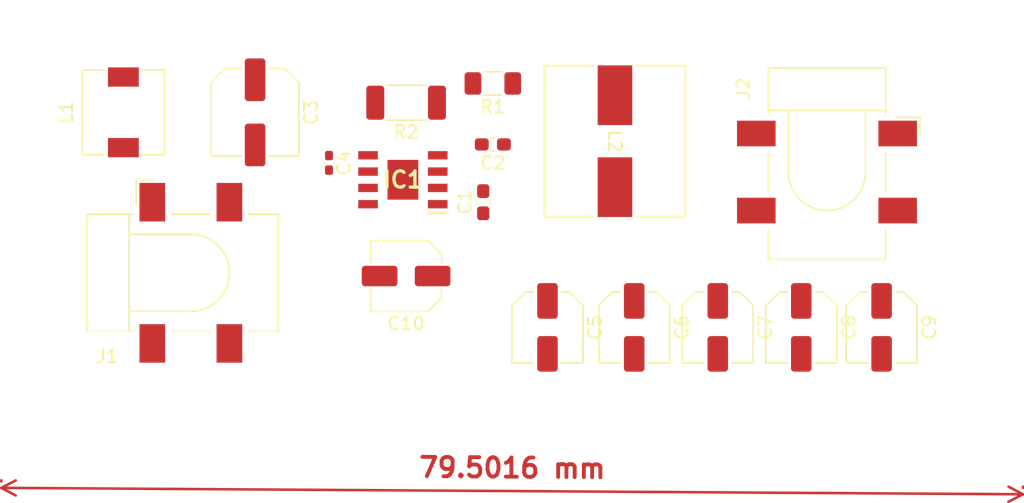
<source format=kicad_pcb>
(kicad_pcb (version 20211014) (generator pcbnew)
  (layers (0 "F.Cu" signal) (31 "B.Cu" signal) (34 "B.Paste" user) (35 "F.Paste" user) (36 "B.SilkS" user "B.Silkscreen") (37 "F.SilkS" user "F.Silkscreen") (38 "B.Mask" user) (39 "F.Mask" user) (44 "Edge.Cuts" user))
  (net 0 "")
  (net 1 "Net-(C1-Pad1)")
  (net 2 "Net-(C1-Pad2)")
  (net 3 "+24V")
  (net 4 "Net-(C2-Pad2)")
  (net 5 "Net-(C3-Pad1)")
  (net 6 "GND")
  (net 7 "Net-(C10-Pad1)")
  (net 8 "VCC")
  (footprint "footprints:IND_1050-WE-HCI_WRE" (layer "F.Cu") (at 143.25 70 -90)
    (fp_text reference "L2" (at 0 0 -90 unlocked) (layer "F.SilkS"))
    (fp_text value "16R/5A")
    (fp_line (start -5.8801 -5.4737) (end -5.8801 -1.67894) (layer "F.SilkS") (width 0.1524))
    (fp_line (start -5.8801 1.67894) (end -5.8801 5.4737) (layer "F.SilkS") (width 0.1524))
    (fp_line (start 5.8801 5.4737) (end 5.8801 1.67894) (layer "F.SilkS") (width 0.1524))
    (fp_line (start 5.8801 -1.67894) (end 5.8801 -5.4737) (layer "F.SilkS") (width 0.1524))
    (fp_line (start 5.8801 -5.4737) (end -5.8801 -5.4737) (layer "F.SilkS") (width 0.1524))
    (fp_line (start -5.8801 5.4737) (end 5.8801 5.4737) (layer "F.SilkS") (width 0.1524))
    (pad "1" smd rect (at -3.5814 0) (size 2.6924 4.6482) (layers "F.Cu" "F.Paste" "F.Mask") (net 3 "+24V"))
    (pad "2" smd rect (at 3.5814 0) (size 2.6924 4.6482) (layers "F.Cu" "F.Paste" "F.Mask") (net 1 "Net-(C1-Pad1)"))
  )
  (footprint "Inductor_SMD:L_6.3x6.3_H3" (layer "F.Cu") (at 105 67.75 90)
    (fp_text reference "L1" (at 0 -4.45 90) (layer "F.SilkS"))
    (fp_text value "470R")
    (fp_line (start 3.3 3.2) (end -3.3 3.2) (layer "F.SilkS") (width 0.12))
    (fp_line (start -3.3 3.2) (end -3.3 1.5) (layer "F.SilkS") (width 0.12))
    (fp_line (start -3.3 -1.5) (end -3.3 -3.2) (layer "F.SilkS") (width 0.12))
    (fp_line (start 3.3 1.5) (end 3.3 3.2) (layer "F.SilkS") (width 0.12))
    (fp_line (start -3.3 -3.2) (end 3.3 -3.2) (layer "F.SilkS") (width 0.12))
    (fp_line (start 3.3 -3.2) (end 3.3 -1.5) (layer "F.SilkS") (width 0.12))
    (pad "1" smd rect (at -2.75 0 90) (size 1.5 2.4) (layers "F.Cu" "F.Paste" "F.Mask") (net 8 "VCC"))
    (pad "2" smd rect (at 2.75 0 90) (size 1.5 2.4) (layers "F.Cu" "F.Paste" "F.Mask") (net 5 "Net-(C3-Pad1)"))
  )
  (footprint "Capacitor_SMD:C_Elec_6.3x5.4" (layer "F.Cu") (at 115.25 67.75 -90)
    (fp_text reference "C3" (at 0 -4.35 90) (layer "F.SilkS"))
    (fp_text value "10u")
    (fp_line (start -3.41 -2.345563) (end -2.345563 -3.41) (layer "F.SilkS") (width 0.12))
    (fp_line (start -3.41 -2.345563) (end -3.41 -1.06) (layer "F.SilkS") (width 0.12))
    (fp_line (start 3.41 -3.41) (end 3.41 -1.06) (layer "F.SilkS") (width 0.12))
    (fp_line (start -3.41 2.345563) (end -2.345563 3.41) (layer "F.SilkS") (width 0.12))
    (fp_line (start -2.345563 3.41) (end 3.41 3.41) (layer "F.SilkS") (width 0.12))
    (fp_line (start -3.41 2.345563) (end -3.41 1.06) (layer "F.SilkS") (width 0.12))
    (fp_line (start 3.41 3.41) (end 3.41 1.06) (layer "F.SilkS") (width 0.12))
    (fp_line (start -2.345563 -3.41) (end 3.41 -3.41) (layer "F.SilkS") (width 0.12))
    (pad "1" smd roundrect (at -2.5375 0 270) (size 3.325 1.6) (layers "F.Cu" "F.Paste" "F.Mask") (roundrect_rratio 0.15625) (net 5 "Net-(C3-Pad1)"))
    (pad "2" smd roundrect (at 2.5375 0 270) (size 3.325 1.6) (layers "F.Cu" "F.Paste" "F.Mask") (roundrect_rratio 0.15625) (net 6 "GND"))
  )
  (footprint "Connector_BarrelJack:BarrelJack_CLIFF_FC681465S_SMT_Horizontal" (layer "F.Cu") (at 159.75 72.4 -90)
    (fp_text reference "J2" (at -6.5 6.5 90) (layer "F.SilkS"))
    (fp_text value "Barrel_Jack")
    (fp_line (start -4.8 -3) (end 0 -3) (layer "F.SilkS") (width 0.12))
    (fp_line (start 6.81 4.56) (end 6.81 -4.56) (layer "F.SilkS") (width 0.12))
    (fp_line (start -1.5 -4.56) (end 1.5 -4.56) (layer "F.SilkS") (width 0.12))
    (fp_line (start -4.8 3) (end 0 3) (layer "F.SilkS") (width 0.12))
    (fp_line (start -8.11 4.56) (end -4.5 4.56) (layer "F.SilkS") (width 0.12))
    (fp_line (start -8.11 4.56) (end -8.11 -4.56) (layer "F.SilkS") (width 0.12))
    (fp_line (start 4.5 4.56) (end 6.81 4.56) (layer "F.SilkS") (width 0.12))
    (fp_line (start -2.92 -7.26) (end -4.26 -7.26) (layer "F.SilkS") (width 0.12))
    (fp_line (start 4.5 -4.56) (end 6.81 -4.56) (layer "F.SilkS") (width 0.12))
    (fp_line (start -4.8 4.56) (end -4.8 -4.56) (layer "F.SilkS") (width 0.12))
    (fp_line (start -4.26 -7.26) (end -4.26 -5.36) (layer "F.SilkS") (width 0.12))
    (fp_line (start -8.11 -4.56) (end -4.5 -4.56) (layer "F.SilkS") (width 0.12))
    (fp_line (start -1.5 4.56) (end 1.5 4.56) (layer "F.SilkS") (width 0.12))
    (fp_arc (start 0 -3) (mid 3 0) (end 0 3) (layer "F.SilkS") (width 0.12))
    (pad "" np_thru_hole oval (at -2.9 0) (size 2 1.5) (drill oval 2 1.5) (layers *.Cu *.Mask))
    (pad "" np_thru_hole circle (at 1.5 0) (size 2 2) (drill 2) (layers *.Cu *.Mask))
    (pad "1" smd rect (at 3 -5.5) (size 3 2) (layers "F.Cu" "F.Paste" "F.Mask") (net 3 "+24V"))
    (pad "1" smd rect (at -3 -5.5) (size 3 2) (layers "F.Cu" "F.Paste" "F.Mask") (net 3 "+24V"))
    (pad "2" smd rect (at 3 5.5) (size 3 2) (layers "F.Cu" "F.Paste" "F.Mask") (net 6 "GND"))
    (pad "3" smd rect (at -3 5.5) (size 3 2) (layers "F.Cu" "F.Paste" "F.Mask"))
  )
  (footprint "Capacitor_SMD:C_Elec_5x5.8" (layer "F.Cu") (at 157.75 84.5 -90)
    (fp_text reference "C8" (at 0 -3.7 -90) (layer "F.SilkS"))
    (fp_text value "33u")
    (fp_line (start -2.76 -1.695563) (end -2.76 -1.06) (layer "F.SilkS") (width 0.12))
    (fp_line (start 2.76 2.76) (end 2.76 1.06) (layer "F.SilkS") (width 0.12))
    (fp_line (start -1.695563 2.76) (end 2.76 2.76) (layer "F.SilkS") (width 0.12))
    (fp_line (start -2.76 -1.695563) (end -1.695563 -2.76) (layer "F.SilkS") (width 0.12))
    (fp_line (start -1.695563 -2.76) (end 2.76 -2.76) (layer "F.SilkS") (width 0.12))
    (fp_line (start -2.76 1.695563) (end -1.695563 2.76) (layer "F.SilkS") (width 0.12))
    (fp_line (start -2.76 1.695563) (end -2.76 1.06) (layer "F.SilkS") (width 0.12))
    (fp_line (start 2.76 -2.76) (end 2.76 -1.06) (layer "F.SilkS") (width 0.12))
    (pad "1" smd roundrect (at -2.0625 0 270) (size 2.775 1.6) (layers "F.Cu" "F.Paste" "F.Mask") (roundrect_rratio 0.15625) (net 3 "+24V"))
    (pad "2" smd roundrect (at 2.0625 0 270) (size 2.775 1.6) (layers "F.Cu" "F.Paste" "F.Mask") (roundrect_rratio 0.15625) (net 6 "GND"))
  )
  (footprint "Capacitor_SMD:C_Elec_5x5.8" (layer "F.Cu") (at 138 84.5 -90)
    (fp_text reference "C5" (at 0 -3.7 -90) (layer "F.SilkS"))
    (fp_text value "33u")
    (fp_line (start -1.695563 -2.76) (end 2.76 -2.76) (layer "F.SilkS") (width 0.12))
    (fp_line (start -2.76 -1.695563) (end -2.76 -1.06) (layer "F.SilkS") (width 0.12))
    (fp_line (start -1.695563 2.76) (end 2.76 2.76) (layer "F.SilkS") (width 0.12))
    (fp_line (start -2.76 -1.695563) (end -1.695563 -2.76) (layer "F.SilkS") (width 0.12))
    (fp_line (start -2.76 1.695563) (end -1.695563 2.76) (layer "F.SilkS") (width 0.12))
    (fp_line (start 2.76 2.76) (end 2.76 1.06) (layer "F.SilkS") (width 0.12))
    (fp_line (start 2.76 -2.76) (end 2.76 -1.06) (layer "F.SilkS") (width 0.12))
    (fp_line (start -2.76 1.695563) (end -2.76 1.06) (layer "F.SilkS") (width 0.12))
    (pad "1" smd roundrect (at -2.0625 0 270) (size 2.775 1.6) (layers "F.Cu" "F.Paste" "F.Mask") (roundrect_rratio 0.15625) (net 3 "+24V"))
    (pad "2" smd roundrect (at 2.0625 0 270) (size 2.775 1.6) (layers "F.Cu" "F.Paste" "F.Mask") (roundrect_rratio 0.15625) (net 6 "GND"))
  )
  (footprint "Capacitor_SMD:C_Elec_5x5.8" (layer "F.Cu") (at 151.25 84.5 -90)
    (fp_text reference "C7" (at 0 -3.7 -90) (layer "F.SilkS"))
    (fp_text value "33u")
    (fp_line (start 2.76 2.76) (end 2.76 1.06) (layer "F.SilkS") (width 0.12))
    (fp_line (start -2.76 -1.695563) (end -1.695563 -2.76) (layer "F.SilkS") (width 0.12))
    (fp_line (start -2.76 -1.695563) (end -2.76 -1.06) (layer "F.SilkS") (width 0.12))
    (fp_line (start 2.76 -2.76) (end 2.76 -1.06) (layer "F.SilkS") (width 0.12))
    (fp_line (start -1.695563 -2.76) (end 2.76 -2.76) (layer "F.SilkS") (width 0.12))
    (fp_line (start -1.695563 2.76) (end 2.76 2.76) (layer "F.SilkS") (width 0.12))
    (fp_line (start -2.76 1.695563) (end -2.76 1.06) (layer "F.SilkS") (width 0.12))
    (fp_line (start -2.76 1.695563) (end -1.695563 2.76) (layer "F.SilkS") (width 0.12))
    (pad "1" smd roundrect (at -2.0625 0 270) (size 2.775 1.6) (layers "F.Cu" "F.Paste" "F.Mask") (roundrect_rratio 0.15625) (net 3 "+24V"))
    (pad "2" smd roundrect (at 2.0625 0 270) (size 2.775 1.6) (layers "F.Cu" "F.Paste" "F.Mask") (roundrect_rratio 0.15625) (net 6 "GND"))
  )
  (footprint "LMR23630ADDA:SOIC127P600X170-9N" (layer "F.Cu") (at 126.75 73 180)
    (fp_text reference "IC1" (at 0 0) (layer "F.SilkS") (effects (font (size 1.27 1.27) (thickness 0.254))))
    (fp_text value "LMR23630ADDA" hide)
    (fp_line (start -3.475 -2.58) (end -1.95 -2.58) (layer "F.SilkS") (width 0.2))
    (pad "1" smd rect locked (at -2.712 -1.905 270) (size 0.65 1.525) (layers "F.Cu" "F.Paste" "F.Mask") (net 1 "Net-(C1-Pad1)"))
    (pad "2" smd rect locked (at -2.712 -0.635 270) (size 0.65 1.525) (layers "F.Cu" "F.Paste" "F.Mask") (net 2 "Net-(C1-Pad2)"))
    (pad "3" smd rect locked (at -2.712 0.635 270) (size 0.65 1.525) (layers "F.Cu" "F.Paste" "F.Mask") (net 7 "Net-(C10-Pad1)"))
    (pad "4" smd rect locked (at -2.712 1.905 270) (size 0.65 1.525) (layers "F.Cu" "F.Paste" "F.Mask") (net 4 "Net-(C2-Pad2)"))
    (pad "5" smd rect locked (at 2.712 1.905 270) (size 0.65 1.525) (layers "F.Cu" "F.Paste" "F.Mask") (net 5 "Net-(C3-Pad1)"))
    (pad "6" smd rect locked (at 2.712 0.635 270) (size 0.65 1.525) (layers "F.Cu" "F.Paste" "F.Mask") (net 6 "GND"))
    (pad "7" smd rect locked (at 2.712 -0.635 270) (size 0.65 1.525) (layers "F.Cu" "F.Paste" "F.Mask") (net 5 "Net-(C3-Pad1)"))
    (pad "8" smd rect locked (at 2.712 -1.905 270) (size 0.65 1.525) (layers "F.Cu" "F.Paste" "F.Mask") (net 6 "GND"))
    (pad "9" smd rect locked (at 0 0 180) (size 2.4 3.1) (layers "F.Cu" "F.Paste" "F.Mask") (net 6 "GND"))
  )
  (footprint "Resistor_SMD:R_1206_3216Metric_Pad1.30x1.75mm_HandSolder" (layer "F.Cu") (at 133.75 65.5 180)
    (fp_text reference "R1" (at 0 -1.82 180) (layer "F.SilkS"))
    (fp_text value "510k 1%")
    (fp_line (start -0.727064 0.91) (end 0.727064 0.91) (layer "F.SilkS") (width 0.12))
    (fp_line (start -0.727064 -0.91) (end 0.727064 -0.91) (layer "F.SilkS") (width 0.12))
    (pad "1" smd roundrect (at -1.55 0 180) (size 1.3 1.75) (layers "F.Cu" "F.Paste" "F.Mask") (roundrect_rratio 0.192308) (net 3 "+24V"))
    (pad "2" smd roundrect (at 1.55 0 180) (size 1.3 1.75) (layers "F.Cu" "F.Paste" "F.Mask") (roundrect_rratio 0.192308) (net 4 "Net-(C2-Pad2)"))
  )
  (footprint "Resistor_SMD:R_2010_5025Metric_Pad1.40x2.65mm_HandSolder" (layer "F.Cu") (at 127 67 180)
    (fp_text reference "R2" (at 0 -2.28) (layer "F.SilkS"))
    (fp_text value "22k1 1%")
    (fp_line (start -1.527064 1.36) (end 1.527064 1.36) (layer "F.SilkS") (width 0.12))
    (fp_line (start -1.527064 -1.36) (end 1.527064 -1.36) (layer "F.SilkS") (width 0.12))
    (pad "1" smd roundrect (at -2.4 0 180) (size 1.4 2.65) (layers "F.Cu" "F.Paste" "F.Mask") (roundrect_rratio 0.178571) (net 4 "Net-(C2-Pad2)"))
    (pad "2" smd roundrect (at 2.4 0 180) (size 1.4 2.65) (layers "F.Cu" "F.Paste" "F.Mask") (roundrect_rratio 0.178571) (net 6 "GND"))
  )
  (footprint "Capacitor_SMD:C_0603_1608Metric_Pad1.08x0.95mm_HandSolder" (layer "F.Cu") (at 133.75 70.25 180)
    (fp_text reference "C2" (at 0 -1.43 180) (layer "F.SilkS"))
    (fp_text value "18p")
    (fp_line (start -0.146267 0.51) (end 0.146267 0.51) (layer "F.SilkS") (width 0.12))
    (fp_line (start -0.146267 -0.51) (end 0.146267 -0.51) (layer "F.SilkS") (width 0.12))
    (pad "1" smd roundrect (at -0.8625 0 180) (size 1.075 0.95) (layers "F.Cu" "F.Paste" "F.Mask") (net 3 "+24V"))
    (pad "2" smd roundrect (at 0.8625 0 180) (size 1.075 0.95) (layers "F.Cu" "F.Paste" "F.Mask") (net 4 "Net-(C2-Pad2)"))
  )
  (footprint "Capacitor_SMD:C_Elec_5x5.8" (layer "F.Cu") (at 127 80.5 180)
    (fp_text reference "C10" (at 0 -3.7) (layer "F.SilkS"))
    (fp_text value "10u")
    (fp_line (start 2.76 2.76) (end 2.76 1.06) (layer "F.SilkS") (width 0.12))
    (fp_line (start -1.695563 2.76) (end 2.76 2.76) (layer "F.SilkS") (width 0.12))
    (fp_line (start -2.76 1.695563) (end -2.76 1.06) (layer "F.SilkS") (width 0.12))
    (fp_line (start -2.76 -1.695563) (end -2.76 -1.06) (layer "F.SilkS") (width 0.12))
    (fp_line (start 2.76 -2.76) (end 2.76 -1.06) (layer "F.SilkS") (width 0.12))
    (fp_line (start -2.76 -1.695563) (end -1.695563 -2.76) (layer "F.SilkS") (width 0.12))
    (fp_line (start -2.76 1.695563) (end -1.695563 2.76) (layer "F.SilkS") (width 0.12))
    (fp_line (start -1.695563 -2.76) (end 2.76 -2.76) (layer "F.SilkS") (width 0.12))
    (pad "1" smd roundrect (at -2.0625 0 180) (size 2.775 1.6) (layers "F.Cu" "F.Paste" "F.Mask") (roundrect_rratio 0.15625) (net 7 "Net-(C10-Pad1)"))
    (pad "2" smd roundrect (at 2.0625 0 180) (size 2.775 1.6) (layers "F.Cu" "F.Paste" "F.Mask") (roundrect_rratio 0.15625) (net 6 "GND"))
  )
  (footprint "Capacitor_SMD:C_Elec_5x5.8" (layer "F.Cu") (at 164 84.5 -90)
    (fp_text reference "C9" (at 0 -3.7 -90) (layer "F.SilkS"))
    (fp_text value "100n")
    (fp_line (start -2.76 -1.695563) (end -2.76 -1.06) (layer "F.SilkS") (width 0.12))
    (fp_line (start -2.76 1.695563) (end -1.695563 2.76) (layer "F.SilkS") (width 0.12))
    (fp_line (start -1.695563 2.76) (end 2.76 2.76) (layer "F.SilkS") (width 0.12))
    (fp_line (start 2.76 2.76) (end 2.76 1.06) (layer "F.SilkS") (width 0.12))
    (fp_line (start -2.76 1.695563) (end -2.76 1.06) (layer "F.SilkS") (width 0.12))
    (fp_line (start -2.76 -1.695563) (end -1.695563 -2.76) (layer "F.SilkS") (width 0.12))
    (fp_line (start 2.76 -2.76) (end 2.76 -1.06) (layer "F.SilkS") (width 0.12))
    (fp_line (start -1.695563 -2.76) (end 2.76 -2.76) (layer "F.SilkS") (width 0.12))
    (pad "1" smd roundrect (at -2.0625 0 270) (size 2.775 1.6) (layers "F.Cu" "F.Paste" "F.Mask") (roundrect_rratio 0.15625) (net 3 "+24V"))
    (pad "2" smd roundrect (at 2.0625 0 270) (size 2.775 1.6) (layers "F.Cu" "F.Paste" "F.Mask") (roundrect_rratio 0.15625) (net 6 "GND"))
  )
  (footprint "Capacitor_SMD:C_0402_1005Metric_Pad0.74x0.62mm_HandSolder" (layer "F.Cu") (at 121 71.6825 -90)
    (fp_text reference "C4" (at 0 -1.16 -90) (layer "F.SilkS"))
    (fp_text value "100n")
    (fp_line (start -0.115835 -0.36) (end 0.115835 -0.36) (layer "F.SilkS") (width 0.12))
    (fp_line (start -0.115835 0.36) (end 0.115835 0.36) (layer "F.SilkS") (width 0.12))
    (pad "1" smd roundrect (at -0.5675 0 270) (size 0.735 0.62) (layers "F.Cu" "F.Paste" "F.Mask") (net 5 "Net-(C3-Pad1)"))
    (pad "2" smd roundrect (at 0.5675 0 270) (size 0.735 0.62) (layers "F.Cu" "F.Paste" "F.Mask") (net 6 "GND"))
  )
  (footprint "Capacitor_SMD:C_Elec_5x5.8" (layer "F.Cu") (at 144.75 84.5 -90)
    (fp_text reference "C6" (at 0 -3.7 -90) (layer "F.SilkS"))
    (fp_text value "33u")
    (fp_line (start -1.695563 2.76) (end 2.76 2.76) (layer "F.SilkS") (width 0.12))
    (fp_line (start -2.76 1.695563) (end -1.695563 2.76) (layer "F.SilkS") (width 0.12))
    (fp_line (start 2.76 2.76) (end 2.76 1.06) (layer "F.SilkS") (width 0.12))
    (fp_line (start -2.76 -1.695563) (end -2.76 -1.06) (layer "F.SilkS") (width 0.12))
    (fp_line (start -2.76 -1.695563) (end -1.695563 -2.76) (layer "F.SilkS") (width 0.12))
    (fp_line (start -2.76 1.695563) (end -2.76 1.06) (layer "F.SilkS") (width 0.12))
    (fp_line (start -1.695563 -2.76) (end 2.76 -2.76) (layer "F.SilkS") (width 0.12))
    (fp_line (start 2.76 -2.76) (end 2.76 -1.06) (layer "F.SilkS") (width 0.12))
    (pad "1" smd roundrect (at -2.0625 0 270) (size 2.775 1.6) (layers "F.Cu" "F.Paste" "F.Mask") (roundrect_rratio 0.15625) (net 3 "+24V"))
    (pad "2" smd roundrect (at 2.0625 0 270) (size 2.775 1.6) (layers "F.Cu" "F.Paste" "F.Mask") (roundrect_rratio 0.15625) (net 6 "GND"))
  )
  (footprint "Connector_BarrelJack:BarrelJack_CLIFF_FC681465S_SMT_Horizontal" (layer "F.Cu") (at 110.25 80.25)
    (fp_text reference "J1" (at -6.5 6.5 180) (layer "F.SilkS"))
    (fp_text value "Barrel_Jack")
    (fp_line (start 6.81 4.56) (end 6.81 -4.56) (layer "F.SilkS") (width 0.12))
    (fp_line (start -8.11 4.56) (end -8.11 -4.56) (layer "F.SilkS") (width 0.12))
    (fp_line (start 4.5 -4.56) (end 6.81 -4.56) (layer "F.SilkS") (width 0.12))
    (fp_line (start -8.11 4.56) (end -4.5 4.56) (layer "F.SilkS") (width 0.12))
    (fp_line (start -4.8 -3) (end 0 -3) (layer "F.SilkS") (width 0.12))
    (fp_line (start -8.11 -4.56) (end -4.5 -4.56) (layer "F.SilkS") (width 0.12))
    (fp_line (start 4.5 4.56) (end 6.81 4.56) (layer "F.SilkS") (width 0.12))
    (fp_line (start -4.26 -7.26) (end -4.26 -5.36) (layer "F.SilkS") (width 0.12))
    (fp_line (start -2.92 -7.26) (end -4.26 -7.26) (layer "F.SilkS") (width 0.12))
    (fp_line (start -1.5 -4.56) (end 1.5 -4.56) (layer "F.SilkS") (width 0.12))
    (fp_line (start -4.8 4.56) (end -4.8 -4.56) (layer "F.SilkS") (width 0.12))
    (fp_line (start -1.5 4.56) (end 1.5 4.56) (layer "F.SilkS") (width 0.12))
    (fp_line (start -4.8 3) (end 0 3) (layer "F.SilkS") (width 0.12))
    (fp_arc (start 0 -3) (mid 3 0) (end 0 3) (layer "F.SilkS") (width 0.12))
    (pad "" np_thru_hole circle (at 1.5 0 90) (size 2 2) (drill 2) (layers *.Cu *.Mask))
    (pad "" np_thru_hole oval (at -2.9 0 90) (size 2 1.5) (drill oval 2 1.5) (layers *.Cu *.Mask))
    (pad "1" smd rect (at 3 -5.5 90) (size 3 2) (layers "F.Cu" "F.Paste" "F.Mask") (net 8 "VCC"))
    (pad "1" smd rect (at -3 -5.5 90) (size 3 2) (layers "F.Cu" "F.Paste" "F.Mask") (net 8 "VCC"))
    (pad "2" smd rect (at 3 5.5 90) (size 3 2) (layers "F.Cu" "F.Paste" "F.Mask") (net 6 "GND"))
    (pad "3" smd rect (at -3 5.5 90) (size 3 2) (layers "F.Cu" "F.Paste" "F.Mask"))
  )
  (footprint "Capacitor_SMD:C_0603_1608Metric_Pad1.08x0.95mm_HandSolder" (layer "F.Cu") (at 133 74.75 90)
    (fp_text reference "C1" (at 0 -1.43 90) (layer "F.SilkS"))
    (fp_text value "1u")
    (fp_line (start -0.146267 -0.51) (end 0.146267 -0.51) (layer "F.SilkS") (width 0.12))
    (fp_line (start -0.146267 0.51) (end 0.146267 0.51) (layer "F.SilkS") (width 0.12))
    (pad "1" smd roundrect (at -0.8625 0 90) (size 1.075 0.95) (layers "F.Cu" "F.Paste" "F.Mask") (net 1 "Net-(C1-Pad1)"))
    (pad "2" smd roundrect (at 0.8625 0 90) (size 1.075 0.95) (layers "F.Cu" "F.Paste" "F.Mask") (net 2 "Net-(C1-Pad2)"))
  )
  (dimension (type aligned) (layer "F.Cu") (pts (xy 95.5 97) (xy 175 97.5)) (height 0) (gr_text "79.5016 mm" (at 135.261321 95.450036 359.6396539) (layer "F.Cu") (effects (font (size 1.5 1.5) (thickness 0.3)))) (format (units 3) (units_format 1) (precision 4)) (style (thickness 0.2) (arrow_length 1.27) (text_position_mode 0) (extension_height 0.58642) (extension_offset 0.5) keep_text_aligned))
)
</source>
